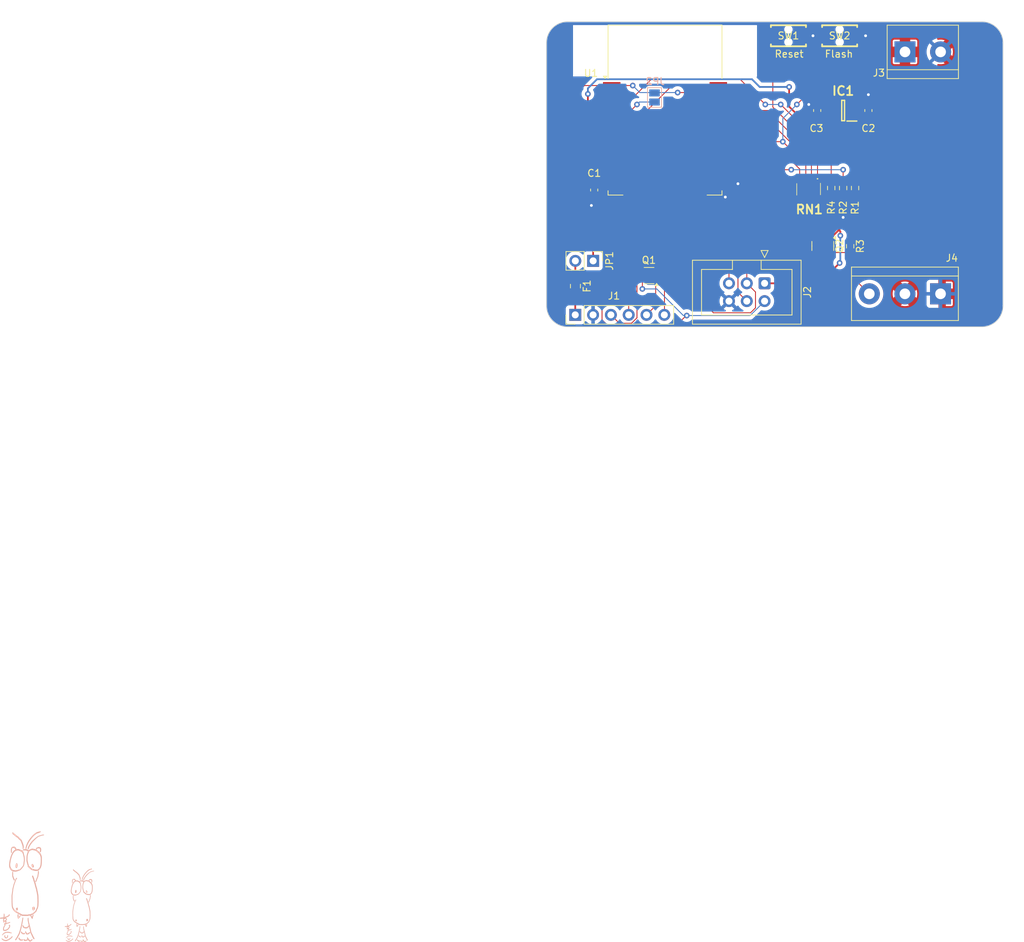
<source format=kicad_pcb>
(kicad_pcb (version 20240108) (generator "pcbnew") (generator_version "8.0")
  (title_block (company "chof.org"))
  (layers (0 "F.Cu" signal) (31 "B.Cu" signal) (34 "B.Paste" user) (35 "F.Paste" user) (36 "B.SilkS" user "B.Silkscreen") (37 "F.SilkS" user "F.Silkscreen") (38 "B.Mask" user) (39 "F.Mask" user) (44 "Edge.Cuts" user))
  (net 0 "")
  (net 1 "GND")
  (net 2 "+3V3")
  (net 3 "+5V")
  (net 4 "/3v3PROG")
  (net 5 "/3v3PROG_SAVE")
  (net 7 "DTR")
  (net 8 "RTS")
  (net 9 "/GPIO3_RX")
  (net 10 "/GPIO4_TX")
  (net 11 "GPIO5_SCL")
  (net 12 "GPIO4_SDA")
  (net 13 "~{RESET}")
  (net 14 "~{GPIO0_INT_FLASH}")
  (net 15 "OUT_LED_CTRL")
  (net 16 "GPIO16_WAKE")
  (net 17 "/GPIO2_LED_CTRL")
  (net 18 "Net-(U1-EN)")
  (net 19 "Net-(U1-GPIO15)")
  (footprint "Package_TO_SOT_SMD:SOT-23" (layer "F.Cu") (at 136.3 90.575 -90)
    (property "Reference" "Q2" (at 0 -2.4 90) (layer "F.SilkS"))
    (property "Value" "2N7002")
    (pad "1" smd roundrect (at -0.9375 -0.95 270) (size 1.475 0.6) (layers "F.Cu" "F.Paste" "F.Mask") (net 2 "+3V3"))
    (pad "2" smd roundrect (at -0.9375 0.95 270) (size 1.475 0.6) (layers "F.Cu" "F.Paste" "F.Mask") (net 17 "/GPIO2_LED_CTRL"))
    (pad "3" smd roundrect (at 0.9375 0 270) (size 1.475 0.6) (layers "F.Cu" "F.Paste" "F.Mask") (net 15 "OUT_LED_CTRL"))
  )
  (footprint "TerminalBlock:TerminalBlock_bornier-2_P5.08mm" (layer "F.Cu") (at 148.02 62.9)
    (property "Reference" "J3" (at -3.72 3 0) (layer "F.SilkS"))
    (property "Value" "Power In")
    (pad "1" thru_hole rect (at 0 0) (size 3 3) (drill 1.52) (layers "*.Cu" "*.Mask") (net 3 "+5V"))
    (pad "2" thru_hole circle (at 5.08 0) (size 3 3) (drill 1.52) (layers "*.Cu" "*.Mask") (net 1 "GND"))
  )
  (footprint "Resistor_SMD:R_0603_1608Metric_Pad0.98x0.95mm_HandSolder" (layer "F.Cu") (at 140.2 90.6125 -90)
    (property "Reference" "R3" (at 0 -1.43 90) (layer "F.SilkS"))
    (property "Value" "10k")
    (pad "1" smd roundrect (at -0.9125 0 270) (size 0.975 0.95) (layers "F.Cu" "F.Paste" "F.Mask") (net 3 "+5V"))
    (pad "2" smd roundrect (at 0.9125 0 270) (size 0.975 0.95) (layers "F.Cu" "F.Paste" "F.Mask") (net 15 "OUT_LED_CTRL"))
  )
  (footprint "Capacitor_SMD:C_0603_1608Metric_Pad1.08x0.95mm_HandSolder" (layer "F.Cu") (at 135.5 71.2625 90)
    (property "Reference" "C3" (at -2.5375 -0.1 180) (layer "F.SilkS"))
    (property "Value" "1uF")
    (pad "1" smd roundrect (at -0.8625 0 90) (size 1.075 0.95) (layers "F.Cu" "F.Paste" "F.Mask") (net 2 "+3V3"))
    (pad "2" smd roundrect (at 0.8625 0 90) (size 1.075 0.95) (layers "F.Cu" "F.Paste" "F.Mask") (net 1 "GND"))
  )
  (footprint "RF_Module:ESP-12E" (layer "F.Cu") (at 113.8 71.2)
    (property "Reference" "U1" (at -10.56 -5.26 0) (layer "F.SilkS"))
    (property "Value" "ESP-12F")
    (pad "1" smd rect (at -7.6 -3.5) (size 2.5 1) (layers "F.Cu" "F.Paste" "F.Mask") (net 13 "~{RESET}"))
    (pad "2" smd rect (at -7.6 -1.5) (size 2.5 1) (layers "F.Cu" "F.Paste" "F.Mask"))
    (pad "3" smd rect (at -7.6 0.5) (size 2.5 1) (layers "F.Cu" "F.Paste" "F.Mask") (net 18 "Net-(U1-EN)"))
    (pad "4" smd rect (at -7.6 2.5) (size 2.5 1) (layers "F.Cu" "F.Paste" "F.Mask") (net 16 "GPIO16_WAKE"))
    (pad "5" smd rect (at -7.6 4.5) (size 2.5 1) (layers "F.Cu" "F.Paste" "F.Mask"))
    (pad "6" smd rect (at -7.6 6.5) (size 2.5 1) (layers "F.Cu" "F.Paste" "F.Mask"))
    (pad "7" smd rect (at -7.6 8.5) (size 2.5 1) (layers "F.Cu" "F.Paste" "F.Mask"))
    (pad "8" smd rect (at -7.6 10.5) (size 2.5 1) (layers "F.Cu" "F.Paste" "F.Mask") (net 2 "+3V3"))
    (pad "9" smd rect (at -5 12) (size 1 1.8) (layers "F.Cu" "F.Paste" "F.Mask"))
    (pad "10" smd rect (at -3 12) (size 1 1.8) (layers "F.Cu" "F.Paste" "F.Mask"))
    (pad "11" smd rect (at -1 12) (size 1 1.8) (layers "F.Cu" "F.Paste" "F.Mask"))
    (pad "12" smd rect (at 1 12) (size 1 1.8) (layers "F.Cu" "F.Paste" "F.Mask"))
    (pad "13" smd rect (at 3 12) (size 1 1.8) (layers "F.Cu" "F.Paste" "F.Mask"))
    (pad "14" smd rect (at 5 12) (size 1 1.8) (layers "F.Cu" "F.Paste" "F.Mask"))
    (pad "15" smd rect (at 7.6 10.5) (size 2.5 1) (layers "F.Cu" "F.Paste" "F.Mask") (net 1 "GND"))
    (pad "16" smd rect (at 7.6 8.5) (size 2.5 1) (layers "F.Cu" "F.Paste" "F.Mask") (net 19 "Net-(U1-GPIO15)"))
    (pad "17" smd rect (at 7.6 6.5) (size 2.5 1) (layers "F.Cu" "F.Paste" "F.Mask") (net 17 "/GPIO2_LED_CTRL"))
    (pad "18" smd rect (at 7.6 4.5) (size 2.5 1) (layers "F.Cu" "F.Paste" "F.Mask") (net 14 "~{GPIO0_INT_FLASH}"))
    (pad "19" smd rect (at 7.6 2.5) (size 2.5 1) (layers "F.Cu" "F.Paste" "F.Mask") (net 12 "GPIO4_SDA"))
    (pad "20" smd rect (at 7.6 0.5) (size 2.5 1) (layers "F.Cu" "F.Paste" "F.Mask") (net 11 "GPIO5_SCL"))
    (pad "21" smd rect (at 7.6 -1.5) (size 2.5 1) (layers "F.Cu" "F.Paste" "F.Mask") (net 9 "/GPIO3_RX"))
    (pad "22" smd rect (at 7.6 -3.5) (size 2.5 1) (layers "F.Cu" "F.Paste" "F.Mask") (net 10 "/GPIO4_TX"))
    (zone (net 0) (net_name "") (layers "F&B.Cu") (connect_pads (clearance 0)) (min_thickness 0.254)
      (keepout (tracks not_allowed) (vias not_allowed) (pads not_allowed) (copperpour not_allowed) (footprints not_allowed))
      (fill (thermal_gap 0.508) (thermal_bridge_width 0.508))
      (polygon (pts (xy 100.68 66.4) (xy 126.92 66.4) (xy 126.92 59.08) (xy 100.68 59.08)))
    )
  )
  (footprint "Fuse:Fuse_0805_2012Metric_Pad1.15x1.40mm_HandSolder" (layer "F.Cu") (at 101.02 96.3 -90)
    (property "Reference" "F1" (at 0 -1.65 90) (layer "F.SilkS"))
    (property "Value" "Fuse")
    (pad "1" smd roundrect (at -1.025 0 270) (size 1.15 1.4) (layers "F.Cu" "F.Paste" "F.Mask") (roundrect_rratio 0.217391) (net 5 "/3v3PROG_SAVE"))
    (pad "2" smd roundrect (at 1.025 0 270) (size 1.15 1.4) (layers "F.Cu" "F.Paste" "F.Mask") (roundrect_rratio 0.217391) (net 4 "/3v3PROG"))
  )
  (footprint "Capacitor_SMD:C_0603_1608Metric_Pad1.08x0.95mm_HandSolder" (layer "F.Cu") (at 142.8 71.2625 90)
    (property "Reference" "C2" (at -2.5375 0 180) (layer "F.SilkS"))
    (property "Value" "1uF")
    (pad "1" smd roundrect (at -0.8625 0 90) (size 1.075 0.95) (layers "F.Cu" "F.Paste" "F.Mask") (net 3 "+5V"))
    (pad "2" smd roundrect (at 0.8625 0 90) (size 1.075 0.95) (layers "F.Cu" "F.Paste" "F.Mask") (net 1 "GND"))
  )
  (footprint "TerminalBlock:TerminalBlock_bornier-3_P5.08mm" (layer "F.Cu") (at 153.09 97.4 180)
    (property "Reference" "J4" (at -1.61 5.1 360) (layer "F.SilkS"))
    (property "Value" "LED_OUT")
    (pad "1" thru_hole rect (at 0 0 180) (size 3 3) (drill 1.52) (layers "*.Cu" "*.Mask") (net 1 "GND"))
    (pad "2" thru_hole circle (at 5.08 0 180) (size 3 3) (drill 1.52) (layers "*.Cu" "*.Mask") (net 3 "+5V"))
    (pad "3" thru_hole circle (at 10.16 0 180) (size 3 3) (drill 1.52) (layers "*.Cu" "*.Mask") (net 15 "OUT_LED_CTRL"))
  )
  (footprint "Connector_PinHeader_2.54mm:PinHeader_1x02_P2.54mm_Vertical" (layer "F.Cu") (at 103.55 92.7 -90)
    (property "Reference" "JP1" (at 0 -2.33 90) (layer "F.SilkS"))
    (property "Value" "PWR_PROG")
    (pad "1" thru_hole rect (at 0 0 270) (size 1.7 1.7) (drill 1) (layers "*.Cu" "*.Mask") (net 2 "+3V3"))
    (pad "2" thru_hole oval (at 0 2.54 270) (size 1.7 1.7) (drill 1) (layers "*.Cu" "*.Mask") (net 5 "/3v3PROG_SAVE"))
  )
  (footprint "Resistor_SMD:R_0603_1608Metric_Pad0.98x0.95mm_HandSolder" (layer "F.Cu") (at 139.2 82.3125 -90)
    (property "Reference" "R2" (at 2.8 0 90) (layer "F.SilkS"))
    (property "Value" "10k")
    (pad "1" smd roundrect (at -0.9125 0 270) (size 0.975 0.95) (layers "F.Cu" "F.Paste" "F.Mask") (net 19 "Net-(U1-GPIO15)"))
    (pad "2" smd roundrect (at 0.9125 0 270) (size 0.975 0.95) (layers "F.Cu" "F.Paste" "F.Mask") (net 1 "GND"))
  )
  (footprint "Connector_IDC:IDC-Header_2x03_P2.54mm_Vertical" (layer "F.Cu") (at 128 95.9 -90)
    (property "Reference" "J2" (at 1.27 -6.1 90) (layer "F.SilkS"))
    (property "Value" "IC2_Header")
    (pad "1" thru_hole roundrect (at 0 0 270) (size 1.7 1.7) (drill 1) (layers "*.Cu" "*.Mask") (roundrect_rratio 0.147059) (net 2 "+3V3"))
    (pad "2" thru_hole circle (at 2.54 0 270) (size 1.7 1.7) (drill 1) (layers "*.Cu" "*.Mask") (net 13 "~{RESET}"))
    (pad "3" thru_hole circle (at 0 2.54 270) (size 1.7 1.7) (drill 1) (layers "*.Cu" "*.Mask") (net 14 "~{GPIO0_INT_FLASH}"))
    (pad "4" thru_hole circle (at 2.54 2.54 270) (size 1.7 1.7) (drill 1) (layers "*.Cu" "*.Mask") (net 12 "GPIO4_SDA"))
    (pad "5" thru_hole circle (at 0 5.08 270) (size 1.7 1.7) (drill 1) (layers "*.Cu" "*.Mask") (net 11 "GPIO5_SCL"))
    (pad "6" thru_hole circle (at 2.54 5.08 270) (size 1.7 1.7) (drill 1) (layers "*.Cu" "*.Mask") (net 1 "GND"))
  )
  (footprint "Package_TO_SOT_SMD:SOT-363_SC-70-6" (layer "F.Cu") (at 111.52 94.8 180)
    (property "Reference" "Q1" (at 0.02 2.2 360) (layer "F.SilkS"))
    (property "Value" "UMH3N")
    (pad "1" smd roundrect (at -0.95 -0.65 180) (size 0.65 0.4) (layers "F.Cu" "F.Paste" "F.Mask") (net 8 "RTS"))
    (pad "2" smd roundrect (at -0.95 0 180) (size 0.65 0.4) (layers "F.Cu" "F.Paste" "F.Mask") (net 7 "DTR"))
    (pad "3" smd roundrect (at -0.95 0.65 180) (size 0.65 0.4) (layers "F.Cu" "F.Paste" "F.Mask") (net 14 "~{GPIO0_INT_FLASH}"))
    (pad "4" smd roundrect (at 0.95 0.65 180) (size 0.65 0.4) (layers "F.Cu" "F.Paste" "F.Mask") (net 7 "DTR"))
    (pad "5" smd roundrect (at 0.95 0 180) (size 0.65 0.4) (layers "F.Cu" "F.Paste" "F.Mask") (net 8 "RTS"))
    (pad "6" smd roundrect (at 0.95 -0.65 180) (size 0.65 0.4) (layers "F.Cu" "F.Paste" "F.Mask") (net 13 "~{RESET}"))
  )
  (footprint "Connector_PinHeader_2.54mm:PinHeader_1x06_P2.54mm_Vertical" (layer "F.Cu") (at 101 100.4 90)
    (property "Reference" "J1" (at 2.7 5.52 180) (layer "F.SilkS"))
    (property "Value" "PROG_HDR")
    (pad "1" thru_hole rect (at 0 0 90) (size 1.7 1.7) (drill 1) (layers "*.Cu" "*.Mask") (net 4 "/3v3PROG"))
    (pad "2" thru_hole oval (at 0 2.54 90) (size 1.7 1.7) (drill 1) (layers "*.Cu" "*.Mask") (net 1 "GND"))
    (pad "3" thru_hole oval (at 0 5.08 90) (size 1.7 1.7) (drill 1) (layers "*.Cu" "*.Mask") (net 9 "/GPIO3_RX"))
    (pad "4" thru_hole oval (at 0 7.62 90) (size 1.7 1.7) (drill 1) (layers "*.Cu" "*.Mask") (net 10 "/GPIO4_TX"))
    (pad "5" thru_hole oval (at 0 10.16 90) (size 1.7 1.7) (drill 1) (layers "*.Cu" "*.Mask") (net 8 "RTS"))
    (pad "6" thru_hole oval (at 0 12.7 90) (size 1.7 1.7) (drill 1) (layers "*.Cu" "*.Mask") (net 7 "DTR"))
  )
  (footprint "Chof747 Footprints:KEY-SMD_L3.9-W3.0-LS5.0-EH" (layer "F.Cu") (at 131.4 60.6)
    (property "Reference" "SW1" (hide yes))
    (property "Value" "Reset" (at 0.1 2.6 360) (layer "F.SilkS"))
    (fp_text user "${REFERENCE}" (at 0 0 360) (layer "F.SilkS"))
    (pad "" np_thru_hole circle (at 0 -0.9) (size 0.7 0.7) (drill 0.7) (layers "F&B.Cu" "*.Mask"))
    (pad "" np_thru_hole circle (at 0 0.9) (size 0.7 0.7) (drill 0.7) (layers "F&B.Cu" "*.Mask"))
    (pad "1" smd rect (at -2.23 0) (size 1.05 2) (layers "F.Cu" "F.Paste" "F.Mask") (net 13 "~{RESET}"))
    (pad "2" smd rect (at 2.23 0) (size 1.05 2) (layers "F.Cu" "F.Paste" "F.Mask") (net 1 "GND"))
  )
  (footprint "Resistor_SMD:R_0603_1608Metric_Pad0.98x0.95mm_HandSolder" (layer "F.Cu") (at 140.9 82.3125 90)
    (property "Reference" "R1" (at -2.8125 0 90) (layer "F.SilkS"))
    (property "Value" "10k")
    (pad "1" smd roundrect (at -0.9125 0 90) (size 0.975 0.95) (layers "F.Cu" "F.Paste" "F.Mask") (net 2 "+3V3"))
    (pad "2" smd roundrect (at 0.9125 0 90) (size 0.975 0.95) (layers "F.Cu" "F.Paste" "F.Mask") (net 18 "Net-(U1-EN)"))
  )
  (footprint "Chof747 Footprints:SOT95P270X145-5N" (layer "F.Cu") (at 139.2 71.2625 180)
    (property "Reference" "IC1" (at 0 2.794 360) (layer "F.SilkS") (effects (font (size 1.27 1.27) (thickness 0.254))))
    (property "Value" "ME6211C33M5G-N" (hide yes))
    (pad "1" smd rect (at -1.25 -0.95 270) (size 0.6 1.4) (layers "F.Cu" "F.Paste" "F.Mask") (net 3 "+5V"))
    (pad "2" smd rect (at -1.25 0 270) (size 0.6 1.4) (layers "F.Cu" "F.Paste" "F.Mask") (net 1 "GND"))
    (pad "3" smd rect (at -1.25 0.95 270) (size 0.6 1.4) (layers "F.Cu" "F.Paste" "F.Mask") (net 3 "+5V"))
    (pad "4" smd rect (at 1.25 0.95 270) (size 0.6 1.4) (layers "F.Cu" "F.Paste" "F.Mask"))
    (pad "5" smd rect (at 1.25 -0.95 270) (size 0.6 1.4) (layers "F.Cu" "F.Paste" "F.Mask") (net 2 "+3V3"))
  )
  (footprint "Chof747 Footprints:YC164JR07220RL" (layer "F.Cu") (at 134.275 82.475 180)
    (property "Reference" "RN1" (at -0.1 -2.9 360) (layer "F.SilkS") (effects (font (size 1.27 1.27) (thickness 0.254))))
    (property "Value" "10k" (hide yes))
    (pad "1" smd rect (at -1.275 0.85 180) (size 0.65 0.9) (layers "F.Cu" "F.Paste" "F.Mask") (net 11 "GPIO5_SCL"))
    (pad "2" smd rect (at -0.4 0.85 180) (size 0.5 0.9) (layers "F.Cu" "F.Paste" "F.Mask") (net 12 "GPIO4_SDA"))
    (pad "3" smd rect (at 0.4 0.85 180) (size 0.5 0.9) (layers "F.Cu" "F.Paste" "F.Mask") (net 14 "~{GPIO0_INT_FLASH}"))
    (pad "4" smd rect (at 1.275 0.85 180) (size 0.65 0.9) (layers "F.Cu" "F.Paste" "F.Mask") (net 17 "/GPIO2_LED_CTRL"))
    (pad "5" smd rect (at 1.275 -0.85 180) (size 0.65 0.9) (layers "F.Cu" "F.Paste" "F.Mask") (net 2 "+3V3"))
    (pad "6" smd rect (at 0.4 -0.85 180) (size 0.5 0.9) (layers "F.Cu" "F.Paste" "F.Mask") (net 2 "+3V3"))
    (pad "7" smd rect (at -0.4 -0.85 180) (size 0.5 0.9) (layers "F.Cu" "F.Paste" "F.Mask") (net 2 "+3V3"))
    (pad "8" smd rect (at -1.275 -0.85 180) (size 0.65 0.9) (layers "F.Cu" "F.Paste" "F.Mask") (net 2 "+3V3"))
  )
  (footprint "Resistor_SMD:R_0603_1608Metric_Pad0.98x0.95mm_HandSolder" (layer "F.Cu") (at 137.5 82.3125 90)
    (property "Reference" "R4" (at -2.7875 0 90) (layer "F.SilkS"))
    (property "Value" "10k")
    (pad "1" smd roundrect (at -0.9125 0 90) (size 0.975 0.95) (layers "F.Cu" "F.Paste" "F.Mask") (net 2 "+3V3"))
    (pad "2" smd roundrect (at 0.9125 0 90) (size 0.975 0.95) (layers "F.Cu" "F.Paste" "F.Mask") (net 13 "~{RESET}"))
  )
  (footprint "Chof747 Footprints:KEY-SMD_L3.9-W3.0-LS5.0-EH" (layer "F.Cu") (at 138.7 60.6)
    (property "Reference" "SW2" (hide yes))
    (property "Value" "Flash" (at -0.1 2.6 360) (layer "F.SilkS"))
    (fp_text user "${REFERENCE}" (at 0 0 360) (layer "F.SilkS"))
    (pad "" np_thru_hole circle (at 0 -0.9) (size 0.7 0.7) (drill 0.7) (layers "F&B.Cu" "*.Mask"))
    (pad "" np_thru_hole circle (at 0 0.9) (size 0.7 0.7) (drill 0.7) (layers "F&B.Cu" "*.Mask"))
    (pad "1" smd rect (at -2.23 0) (size 1.05 2) (layers "F.Cu" "F.Paste" "F.Mask") (net 14 "~{GPIO0_INT_FLASH}"))
    (pad "2" smd rect (at 2.23 0) (size 1.05 2) (layers "F.Cu" "F.Paste" "F.Mask") (net 1 "GND"))
  )
  (footprint "Capacitor_SMD:C_0603_1608Metric_Pad1.08x0.95mm_HandSolder" (layer "F.Cu") (at 103.7 82.6 -90)
    (property "Reference" "C1" (at -2.4 0 360) (layer "F.SilkS"))
    (property "Value" "10uF")
    (pad "1" smd roundrect (at -0.8625 0 270) (size 1.075 0.95) (layers "F.Cu" "F.Paste" "F.Mask") (net 2 "+3V3"))
    (pad "2" smd roundrect (at 0.8625 0 270) (size 1.075 0.95) (layers "F.Cu" "F.Paste" "F.Mask") (net 1 "GND"))
  )
  (footprint "Jumper:SolderJumper-2_P1.3mm_Open_Pad1.0x1.5mm" (layer "B.Cu") (at 112.3 69.4 -90)
    (property "Reference" "JP2" (at -2.3 -0.1 180) (layer "B.SilkS") (effects (justify mirror)))
    (property "Value" "Wake enable")
    (pad "1" smd rect (at -0.65 0 270) (size 1 1.5) (layers "B.Cu" "B.Mask") (net 13 "~{RESET}"))
    (pad "2" smd rect (at 0.65 0 270) (size 1 1.5) (layers "B.Cu" "B.Mask") (net 16 "GPIO16_WAKE"))
  )
  (footprint "Chof747 Logos:LOGO small" (layer "B.Cu") (at 30.47 184.88 180)
    (property "Reference" "G***" (hide yes))
    (property "Value" "LOGO" (hide yes))
  )
  (footprint "LOGO" (layer "B.Cu") (at 22.366243 182.317987 180)
    (property "Reference" "G***" (hide yes))
    (property "Value" "LOGO" (hide yes))
  )
  (gr_arc (start 159 58.6) (mid 161.12132 59.47868) (end 162 61.6) (stroke (width 0.1)) (layer "Edge.Cuts"))
  (gr_arc (start 162 99.1) (mid 161.12132 101.22132) (end 159 102.1) (stroke (width 0.1)) (layer "Edge.Cuts"))
  (gr_line (start 99.9 58.6) (end 159 58.6) (stroke (width 0.1)) (layer "Edge.Cuts"))
  (gr_arc (start 96.9 61.6) (mid 97.77868 59.47868) (end 99.9 58.6) (stroke (width 0.1)) (layer "Edge.Cuts"))
  (gr_line (start 162 61.6) (end 162 99.1) (stroke (width 0.1)) (layer "Edge.Cuts"))
  (gr_arc (start 99.9 102.1) (mid 97.77868 101.22132) (end 96.9 99.1) (stroke (width 0.1)) (layer "Edge.Cuts"))
  (gr_line (start 96.9 99.1) (end 96.9 61.6) (stroke (width 0.1)) (layer "Edge.Cuts"))
  (gr_line (start 159 102.1) (end 99.9 102.1) (stroke (width 0.1)) (layer "Edge.Cuts"))
  (segment (start 133.63 60.6) (end 134.9 60.6) (width 0.25) (layer "F.Cu") (net 1))
  (segment (start 140.93 60.6) (end 142.4 60.6) (width 0.25) (layer "F.Cu") (net 1))
  (segment (start 121.4 82.6) (end 122.4 83.6) (width 0.25) (layer "F.Cu") (net 1))
  (segment (start 139.2 83.225) (end 139.2 86.5) (width 0.25) (layer "F.Cu") (net 1))
  (segment (start 103.7 83.4625) (end 103.7 84.4) (width 0.25) (layer "F.Cu") (net 1))
  (segment (start 135.5 70.4) (end 134.3 70.4) (width 0.25) (layer "F.Cu") (net 1))
  (segment (start 140.45 71.2625) (end 141.9375 71.2625) (width 0.25) (layer "F.Cu") (net 1))
  (segment (start 103.7 84.4) (end 103.3 84.8) (width 0.25) (layer "F.Cu") (net 1))
  (segment (start 141.9375 71.2625) (end 142.8 70.4) (width 0.25) (layer "F.Cu") (net 1))
  (segment (start 142.8 70.4) (end 142.8 68.999998) (width 0.25) (layer "F.Cu") (net 1))
  (segment (start 121.4 81.7) (end 121.4 82.6) (width 0.25) (layer "F.Cu") (net 1))
  (segment (start 121.4 81.7) (end 124.2 81.7) (width 0.25) (layer "F.Cu") (net 1))
  (via (at 142.4 60.6) (size 0.8) (drill 0.4) (layers "F.Cu" "B.Cu") (net 1))
  (via (at 139.2 86.5) (size 0.8) (drill 0.4) (layers "F.Cu" "B.Cu") (net 1))
  (via (at 124.2 81.7) (size 0.8) (drill 0.4) (layers "F.Cu" "B.Cu") (net 1))
  (via (at 103.3 84.8) (size 0.8) (drill 0.4) (layers "F.Cu" "B.Cu") (net 1))
  (via (at 134.9 60.6) (size 0.8) (drill 0.4) (layers "F.Cu" "B.Cu") (net 1))
  (via (at 142.8 68.999998) (size 0.8) (drill 0.4) (layers "F.Cu" "B.Cu") (net 1))
  (via (at 122.4 83.6) (size 0.8) (drill 0.4) (layers "F.Cu" "B.Cu") (net 1))
  (via (at 134.3 70.4) (size 0.8) (drill 0.4) (layers "F.Cu" "B.Cu") (net 1))
  (segment (start 139.4875 87.4) (end 138.59375 88.29375) (width 0.25) (layer "F.Cu") (net 2))
  (segment (start 137.8 82.3) (end 140.6 82.3) (width 0.13) (layer "F.Cu") (net 2))
  (segment (start 134.125 73.325) (end 131.5 70.7) (width 0.25) (layer "F.Cu") (net 2))
  (segment (start 141.9 87.4) (end 139.4875 87.4) (width 0.25) (layer "F.Cu") (net 2))
  (segment (start 138.8 88.5) (end 138.8 89.1) (width 0.25) (layer "F.Cu") (net 2))
  (segment (start 137.5 82.6) (end 137.8 82.3) (width 0.13) (layer "F.Cu") (net 2))
  (segment (start 141.3 75.4) (end 142.6 76.7) (width 0.25) (layer "F.Cu") (net 2))
  (segment (start 106.1625 81.7375) (end 106.2 81.7) (width 0.25) (layer "F.Cu") (net 2))
  (segment (start 137.95 72.2125) (end 135.5875 72.2125) (width 0.25) (layer "F.Cu") (net 2))
  (segment (start 140.6 82.3) (end 140.9 82.6) (width 0.13) (layer "F.Cu") (net 2))
  (segment (start 138.05 73.4125) (end 138.05 74.75) (width 0.25) (layer "F.Cu") (net 2))
  (segment (start 137.4 83.325) (end 137.5 83.225) (width 0.25) (layer "F.Cu") (net 2))
  (segment (start 103.55 92.7) (end 103.55 87.45) (width 0.25) (layer "F.Cu") (net 2))
  (segment (start 102.8 68.9) (end 102.8 71.3) (width 0.25) (layer "F.Cu") (net 2))
  (segment (start 142.6 86.7) (end 141.9 87.4) (width 0.25) (layer "F.Cu") (net 2))
  (segment (start 133 83.325) (end 137.4 83.325) (width 0.13) (layer "F.Cu") (net 2))
  (segment (start 103.55 87.45) (end 106.2 84.8) (width 0.25) (layer "F.Cu") (net 2))
  (segment (start 138.59375 88.29375) (end 138.8 88.5) (width 0.25) (layer "F.Cu") (net 2))
  (segment (start 141.675 83.225) (end 140.9 83.225) (width 0.25) (layer "F.Cu") (net 2))
  (segment (start 135.5875 72.2125) (end 135.5 72.125) (width 0.25) (layer "F.Cu") (net 2))
  (segment (start 137.5 83.225) (end 137.5 82.6) (width 0.13) (layer "F.Cu") (net 2))
  (segment (start 103.7 81.7375) (end 103.7 72.2) (width 0.25) (layer "F.Cu") (net 2))
  (segment (start 142.6 82.3) (end 142.6 86.7) (width 0.25) (layer "F.Cu") (net 2))
  (segment (start 131.5 70.7) (end 131.5 67.9) (width 0.25) (layer "F.Cu") (net 2))
  (segment (start 138.7 75.4) (end 141.3 75.4) (width 0.25) (layer "F.Cu") (net 2))
  (segment (start 138.59375 88.29375) (end 137.25 89.6375) (width 0.25) (layer "F.Cu") (net 2))
  (segment (start 142.6 82.3) (end 141.675 83.225) (width 0.25) (layer "F.Cu") (net 2))
  (segment (start 135.8 95.9) (end 128 95.9) (width 0.25) (layer "F.Cu") (net 2))
  (segment (start 135.6 73.325) (end 134.125 73.325) (width 0.25) (layer "F.Cu") (net 2))
  (segment (start 138.05 74.75) (end 138.7 75.4) (width 0.25) (layer "F.Cu") (net 2))
  (segment (start 142.6 76.7) (end 142.6 82.3) (width 0.25) (layer "F.Cu") (net 2))
  (segment (start 138.7 93) (end 135.8 95.9) (width 0.25) (layer "F.Cu") (net 2))
  (segment (start 106.2 84.8) (end 106.2 81.7) (width 0.25) (layer "F.Cu") (net 2))
  (segment (start 103.7 72.2) (end 102.8 71.3) (width 0.25) (layer "F.Cu") (net 2))
  (segment (start 140.9 82.6) (end 140.9 83.225) (width 0.13) (layer "F.Cu") (net 2))
  (via (at 131.5 67.9) (size 0.8) (drill 0.4) (layers "F.Cu" "B.Cu") (net 2))
  (via (at 138.7 93) (size 0.8) (drill 0.4) (layers "F.Cu" "B.Cu") (net 2))
  (via (at 138.8 89.1) (size 0.8) (drill 0.4) (layers "F.Cu" "B.Cu") (net 2))
  (via (at 102.8 68.9) (size 0.8) (drill 0.4) (layers "F.Cu" "B.Cu") (net 2))
  (segment (start 131.5 67.9) (end 127.3 67.9) (width 0.25) (layer "B.Cu") (net 2))
  (segment (start 138.8 89.1) (end 138.8 92.9) (width 0.25) (layer "B.Cu") (net 2))
  (segment (start 138.8 92.9) (end 138.7 93) (width 0.25) (layer "B.Cu") (net 2))
  (segment (start 104.1 66.8) (end 102.8 68.1) (width 0.25) (layer "B.Cu") (net 2))
  (segment (start 102.8 68.1) (end 102.8 68.9) (width 0.25) (layer "B.Cu") (net 2))
  (segment (start 126.2 66.8) (end 104.1 66.8) (width 0.25) (layer "B.Cu") (net 2))
  (segment (start 127.3 67.9) (end 126.2 66.8) (width 0.25) (layer "B.Cu") (net 2))
  (segment (start 139.4875 70.3125) (end 139.2 70.6) (width 0.13) (layer "F.Cu") (net 3))
  (segment (start 139.2 70.6) (end 139.2 71.8) (width 0.13) (layer "F.Cu") (net 3))
  (segment (start 142.8 72.125) (end 140.5375 72.125) (width 0.25) (layer "F.Cu") (net 3))
  (segment (start 140.5375 72.125) (end 140.45 72.2125) (width 0.25) (layer "F.Cu") (net 3))
  (segment (start 140.45 70.3125) (end 139.4875 70.3125) (width 0.13) (layer "F.Cu") (net 3))
  (segment (start 146.575 73.325) (end 146.6 73.3) (width 0.25) (layer "F.Cu") (net 3))
  (segment (start 139.2 71.8) (end 139.6125 72.2125) (width 0.13) (layer "F.Cu") (net 3))
  (segment (start 142.8 72.125) (end 144 73.325) (width 0.25) (layer "F.Cu") (net 3))
  (segment (start 144 73.325) (end 146.575 73.325) (width 0.25) (layer "F.Cu") (net 3))
  (segment (start 139.6125 72.2125) (end 140.45 72.2125) (width 0.13) (layer "F.Cu") (net 3))
  (segment (start 101 97.345) (end 101.02 97.325) (width 0.13) (layer "F.Cu") (net 4))
  (segment (start 101 100.4) (end 101 97.345) (width 0.25) (layer "F.Cu") (net 4))
  (segment (start 101.01 92.7) (end 101.01 95.265) (width 0.25) (layer "F.Cu") (net 5))
  (segment (start 101.01 95.265) (end 101.02 95.275) (width 0.25) (layer "F.Cu") (net 5))
  (segment (start 112.47 94.8) (end 112.07 94.8) (width 0.13) (layer "F.Cu") (net 7))
  (segment (start 113.72 95.4) (end 113.72 100.38) (width 0.13) (layer "F.Cu") (net 7))
  (segment (start 112.47 94.8) (end 113.12 94.8) (width 0.13) (layer "F.Cu") (net 7))
  (segment (start 111.42 94.15) (end 110.57 94.15) (width 0.13) (layer "F.Cu") (net 7))
  (segment (start 113.72 100.38) (end 113.7 100.4) (width 0.13) (layer "F.Cu") (net 7))
  (segment (start 113.12 94.8) (end 113.72 95.4) (width 0.13) (layer "F.Cu") (net 7))
  (segment (start 112.07 94.8) (end 111.42 94.15) (width 0.13) (layer "F.Cu") (net 7))
  (segment (start 111.37 94.8) (end 110.57 94.8) (width 0.13) (layer "F.Cu") (net 8))
  (segment (start 111.16 100.4) (end 112.47 99.09) (width 0.13) (layer "F.Cu") (net 8))
  (segment (start 112.02 95.45) (end 111.37 94.8) (width 0.13) (layer "F.Cu") (net 8))
  (segment (start 112.47 95.45) (end 112.02 95.45) (width 0.13) (layer "F.Cu") (net 8))
  (segment (start 112.47 99.09) (end 112.47 95.45) (width 0.13) (layer "F.Cu") (net 8))
  (segment (start 109.8 100.823069) (end 109.8 74.6) (width 0.13) (layer "F.Cu") (net 9))
  (segment (start 114.7 69.7) (end 121.4 69.7) (width 0.13) (layer "F.Cu") (net 9))
  (segment (start 109.8 74.6) (end 114.7 69.7) (width 0.13) (layer "F.Cu") (net 9))
  (segment (start 106.08 100.4) (end 107.28 101.6) (width 0.13) (layer "F.Cu") (net 9))
  (segment (start 109.023069 101.6) (end 109.8 100.823069) (width 0.13) (layer "F.Cu") (net 9))
  (segment (start 107.28 101.6) (end 109.023069 101.6) (width 0.13) (layer "F.Cu") (net 9))
  (segment (start 108.1 74.6) (end 108 74.7) (width 0.13) (layer "F.Cu") (net 10))
  (segment (start 114.8 67.7) (end 108.1 74.4) (width 0.13) (layer "F.Cu") (net 10))
  (segment (start 108.1 74.4) (end 108.1 74.6) (width 0.13) (layer "F.Cu") (net 10))
  (segment (start 108 89.6) (end 108.62 90.22) (width 0.13) (layer "F.Cu") (net 10))
  (segment (start 121.4 67.7) (end 114.8 67.7) (width 0.13) (layer "F.Cu") (net 10))
  (segment (start 108 74.7) (end 108 89.6) (width 0.13) (layer "F.Cu") (net 10))
  (segment (start 108.62 90.22) (end 108.62 100.4) (width 0.13) (layer "F.Cu") (net 10))
  (segment (start 135.55 78.35) (end 128.9 71.7) (width 0.13) (layer "F.Cu") (net 11))
  (segment (start 122.92 95.9) (end 122.92 92.42) (width 0.13) (layer "F.Cu") (net 11))
  (segment (start 135.55 81.625) (end 135.55 78.35) (width 0.13) (layer "F.Cu") (net 11))
  (segment (start 115.8 85.1) (end 115.8 72.8) (width 0.13) (layer "F.Cu") (net 11))
  (segment (start 122.92 92.42) (end 118 87.5) (width 0.13) (layer "F.Cu") (net 11))
  (segment (start 116.9 71.7) (end 121.4 71.7) (width 0.13) (layer "F.Cu") (net 11))
  (segment (start 115.8 72.8) (end 116.9 71.7) (width 0.13) (layer "F.Cu") (net 11))
  (segment (start 128.9 71.7) (end 121.4 71.7) (width 0.13) (layer "F.Cu") (net 11))
  (segment (start 118.4 73.7) (end 121.4 73.7) (width 0.13) (layer "F.Cu") (net 12))
  (segment (start 124.2 91.4) (end 120 87.2) (width 0.13) (layer "F.Cu") (net 12))
  (segment (start 124.2 97.2) (end 124.2 91.4) (width 0.13) (layer "F.Cu") (net 12))
  (segment (start 134.675 81.625) (end 134.675 78.775) (width 0.13) (layer "F.Cu") (net 12))
  (segment (start 134.675 78.775) (end 129.6 73.7) (width 0.13) (layer "F.Cu") (net 12))
  (segment (start 124.22 97.2) (end 124.2 97.2) (width 0.13) (layer "F.Cu") (net 12))
  (segment (start 117.8 84.8) (end 117.8 74.3) (width 0.13) (layer "F.Cu") (net 12))
  (segment (start 117.8 74.3) (end 118.4 73.7) (width 0.13) (layer "F.Cu") (net 12))
  (segment (start 125.46 98.44) (end 124.22 97.2) (width 0.13) (layer "F.Cu") (net 12))
  (segment (start 129.6 73.7) (end 121.4 73.7) (width 0.13) (layer "F.Cu") (net 12))
  (segment (start 102.3 67.7) (end 99 71) (width 0.13) (layer "F.Cu") (net 13))
  (segment (start 109.2 67.7) (end 106.2 67.7) (width 0.13) (layer "F.Cu") (net 13))
  (segment (start 106.2 67.7) (end 102.3 67.7) (width 0.13) (layer "F.Cu") (net 13))
  (segment (start 99 95.1) (end 100.2 96.3) (width 0.13) (layer "F.Cu") (net 13))
  (segment (start 129.17 70.77) (end 129.17 60.6) (width 0.13) (layer "F.Cu") (net 13))
  (segment (start 129.65 71.25) (end 125.85 71.25) (width 0.13) (layer "F.Cu") (net 13))
  (segment (start 100.2 96.3) (end 103.72 96.3) (width 0.13) (layer "F.Cu") (net 13))
  (segment (start 129.7 71.3) (end 129.17 70.77) (width 0.13) (layer "F.Cu") (net 13))
  (segment (start 137.5 79.1) (end 129.7 71.3) (width 0.13) (layer "F.Cu") (net 13))
  (segment (start 110.57 95.45) (end 110.57 96.7) (width 0.13) (layer "F.Cu") (net 13))
  (segment (start 103.72 96.3) (end 103.86 96.44) (width 0.13) (layer "F.Cu") (net 13))
  (segment (start 105.72 102) (end 115.32 102) (width 0.13) (layer "F.Cu") (net 13))
  (segment (start 104.82 101.1) (end 105.72 102) (width 0.13) (layer "F.Cu") (net 13))
  (segment (start 104.82 97.4) (end 104.82 101.1) (width 0.13) (layer "F.Cu") (net 13))
  (segment (start 115.32 102) (end 116.82 100.5) (width 0.13) (layer "F.Cu") (net 13))
  (segment (start 129.7 71.3) (end 129.65 71.25) (width 0.13) (layer "F.Cu") (net 13))
  (segment (start 137.5 81.4) (end 137.5 79.1) (width 0.13) (layer "F.Cu") (net 13))
  (segment (start 99 71) (end 99 95.1) (width 0.13) (layer "F.Cu") (net 13))
  (segment (start 123.3 68.7) (end 115.6 68.7) (width 0.13) (layer "F.Cu") (net 13))
  (segment (start 103.86 96.44) (end 104.82 97.4) (width 0.13) (layer "F.Cu") (net 13))
  (segment (start 125.85 71.25) (end 123.3 68.7) (width 0.13) (layer "F.Cu") (net 13))
  (via (at 109.2 67.7) (size 0.8) (drill 0.4) (layers "F.Cu" "B.Cu") (net 13))
  (via (at 110.57 96.7) (size 0.8) (drill 0.4) (layers "F.Cu" "B.Cu") (net 13))
  (via (at 115.6 68.7) (size 0.8) (drill 0.4) (layers "F.Cu" "B.Cu") (net 13))
  (via (at 116.9 100.5) (size 0.8) (drill 0.4) (layers "F.Cu" "B.Cu") (net 13))
  (segment (start 110.2 68.7) (end 109.2 67.7) (width 0.13) (layer "B.Cu") (net 13))
  (segment (start 112.62 96.7) (end 110.57 96.7) (width 0.13) (layer "B.Cu") (net 13))
  (segment (start 116.42 100.5) (end 112.62 96.7) (width 0.13) (layer "B.Cu") (net 13))
  (segment (start 115.6 68.7) (end 110.2 68.7) (width 0.13) (layer "B.Cu") (net 13))
  (segment (start 116.9 100.5) (end 116.5 100.5) (width 0.13) (layer "B.Cu") (net 13))
  (segment (start 125.94 100.5) (end 116.9 100.5) (width 0.13) (layer "B.Cu") (net 13))
  (segment (start 128 98.44) (end 125.94 100.5) (width 0.13) (layer "B.Cu") (net 13))
  (segment (start 126 100.1) (end 126.7 99.4) (width 0.13) (layer "F.Cu") (net 14))
  (segment (start 119.9 97.7) (end 119.9 99.3) (width 0.13) (layer "F.Cu") (net 14))
  (segment (start 121.4 75.7) (end 120 75.7) (width 0.13) (layer "F.Cu") (net 14))
  (segment (start 133.875 81.625) (end 133.875 78.975) (width 0.13) (layer "F.Cu") (net 14))
  (segment (start 125.46 88.06) (end 125.46 95.9) (width 0.13) (layer "F.Cu") (net 14))
  (segment (start 130.6 75.7) (end 121.4 75.7) (width 0.13) (layer "F.Cu") (net 14))
  (segment (start 112.47 94.15) (end 116.27 94.15) (width 0.13) (layer "F.Cu") (net 14))
  (segment (start 136.47 66.53) (end 132.6 70.4) (width 0.13) (layer "F.Cu") (net 14))
  (segment (start 119.6 76.1) (end 119.6 82.2) (width 0.13) (layer "F.Cu") (net 14))
  (segment (start 133.875 78.975) (end 130.6 75.7) (width 0.13) (layer "F.Cu") (net 14))
  (segment (start 119.9 99.3) (end 120.7 100.1) (width 0.13) (layer "F.Cu") (net 14))
  (segment (start 136.47 60.6) (end 136.47 66.53) (width 0.13) (layer "F.Cu") (net 14))
  (segment (start 126.7 97.14) (end 125.46 95.9) (width 0.13) (layer "F.Cu") (net 14))
  (segment (start 119.6 82.2) (end 125.46 88.06) (width 0.13) (layer "F.Cu") (net 14))
  (segment (start 120.7 100.1) (end 126 100.1) (width 0.13) (layer "F.Cu") (net 14))
  (segment (start 120 75.7) (end 119.6 76.1) (width 0.13) (layer "F.Cu") (net 14))
  (segment (start 126.7 99.4) (end 126.7 97.14) (width 0.13) (layer "F.Cu") (net 14))
  (segment (start 116.35 94.15) (end 119.9 97.7) (width 0.13) (layer "F.Cu") (net 14))
  (via (at 130.6 75.7) (size 0.8) (drill 0.4) (layers "F.Cu" "B.Cu") (net 14))
  (via (at 132.6 70.4) (size 0.8) (drill 0.4) (layers "F.Cu" "B.Cu") (net 14))
  (segment (start 132.6 70.4) (end 130.6 72.4) (width 0.13) (layer "B.Cu") (net 14))
  (segment (start 130.6 72.4) (end 130.6 75.7) (width 0.13) (layer "B.Cu") (net 14))
  (segment (start 140.2 94.67) (end 142.93 97.4) (width 0.13) (layer "F.Cu") (net 15))
  (segment (start 140.1875 91.5125) (end 140.2 91.525) (width 0.13) (layer "F.Cu") (net 15))
  (segment (start 140.2 91.525) (end 140.2 94.67) (width 0.13) (layer "F.Cu") (net 15))
  (segment (start 136.3 91.5125) (end 140.1875 91.5125) (width 0.13) (layer "F.Cu") (net 15))
  (segment (start 109.8 70.4) (end 106.5 73.7) (width 0.13) (layer "F.Cu") (net 16))
  (segment (start 106.5 73.7) (end 106.2 73.7) (width 0.13) (layer "F.Cu") (net 16))
  (via (at 109.8 70.4) (size 0.8) (drill 0.4) (layers "F.Cu" "B.Cu") (net 16))
  (segment (start 112.3 70.05) (end 110.15 70.05) (width 0.13) (layer "B.Cu") (net 16))
  (segment (start 110.15 70.05) (end 109.8 70.4) (width 0.13) (layer "B.Cu") (net 16))
  (segment (start 131.2 77.8) (end 131 77.8) (width 0.13) (layer "F.Cu") (net 17))
  (segment (start 133 79.6) (end 131.2 77.8) (width 0.13) (layer "F.Cu") (net 17))
  (segment (start 130.9 77.7) (end 121.4 77.7) (width 0.13) (layer "F.Cu") (net 17))
  (segment (start 131.3 83.325) (end 133 81.625) (width 0.13) (layer "F.Cu") (net 17))
  (segment (start 133 81.625) (end 133 79.6) (width 0.13) (layer "F.Cu") (net 17))
  (segment (start 131 77.8) (end 130.9 77.7) (width 0.13) (layer "F.Cu") (net 17))
  (segment (start 135.35 89.6375) (end 131.3 85.5875) (width 0.13) (layer "F.Cu") (net 17))
  (segment (start 131.3 85.5875) (end 131.3 83.325) (width 0.13) (layer "F.Cu") (net 17))
  (segment (start 106.95 71.7) (end 111.85 66.8) (width 0.13) (layer "F.Cu") (net 18))
  (segment (start 111.85 66.8) (end 124.5 66.8) (width 0.13) (layer "F.Cu") (net 18))
  (segment (start 140.9 79.5) (end 139.4 78) (width 0.13) (layer "F.Cu") (net 18))
  (segment (start 137.9 78) (end 130.3 70.4) (width 0.13) (layer "F.Cu") (net 18))
  (segment (start 124.5 66.8) (end 128.1 70.4) (width 0.13) (layer "F.Cu") (net 18))
  (segment (start 106.2 71.7) (end 106.95 71.7) (width 0.13) (layer "F.Cu") (net 18))
  (segment (start 140.9 81.4) (end 140.9 79.5) (width 0.13) (layer "F.Cu") (net 18))
  (segment (start 139.4 78) (end 137.9 78) (width 0.13) (layer "F.Cu") (net 18))
  (via (at 128.1 70.4) (size 0.8) (drill 0.4) (layers "F.Cu" "B.Cu") (net 18))
  (via (at 130.3 70.4) (size 0.8) (drill 0.4) (layers "F.Cu" "B.Cu") (net 18))
  (segment (start 130.3 70.4) (end 128.1 70.4) (width 0.13) (layer "B.Cu") (net 18))
  (segment (start 131.8 79.7) (end 121.4 79.7) (width 0.13) (layer "F.Cu") (net 19))
  (segment (start 139.2 81.4) (end 139.2 79.7) (width 0.13) (layer "F.Cu") (net 19))
  (via (at 131.8 79.7) (size 0.8) (drill 0.4) (layers "F.Cu" "B.Cu") (net 19))
  (via (at 139.2 79.7) (size 0.8) (drill 0.4) (layers "F.Cu" "B.Cu") (net 19))
  (segment (start 139.2 79.7) (end 131.8 79.7) (width 0.13) (layer "B.Cu") (net 19))
  (zone (net 2) (net_name "+3V3") (layer "F.Cu") (priority 3) (connect_pads (clearance 0.508)) (min_thickness 0.25) (fill yes (thermal_gap 0.25) (thermal_bridge_width 1.5))
    (polygon (pts (xy 102.9 81.2) (xy 102.9 82.2) (xy 107.6 82.2) (xy 107.6 81.2)))
  )
  (zone (net 3) (net_name "+5V") (layer "F.Cu") (priority 1) (connect_pads (clearance 0.508)) (min_thickness 0.25) (fill yes (thermal_gap 0.25) (thermal_bridge_width 1.5))
    (polygon (pts (xy 144.6 59.4) (xy 150.9 59.2) (xy 150.7 100.1) (xy 144.4 100.3)))
  )
  (zone (net 1) (net_name "GND") (layer "F.Cu") (priority 2) (connect_pads (clearance 0.508)) (min_thickness 0.25) (fill yes (thermal_gap 0.25) (thermal_bridge_width 1.5))
    (polygon (pts (xy 152.6 59.3) (xy 160.6 59.2) (xy 160.6 101) (xy 152.8 101)))
  )
  (zone (net 1) (net_name "GND") (layer "B.Cu") (connect_pads (clearance 0.508)) (min_thickness 0.25) (fill yes (thermal_gap 0.5) (thermal_bridge_width 0.5))
    (polygon (pts (xy 165 55.5) (xy 147.438924 55.772457) (xy 94.1 56.6) (xy 94.3 104.6) (xy 165 103.6)))
  )
)
</source>
